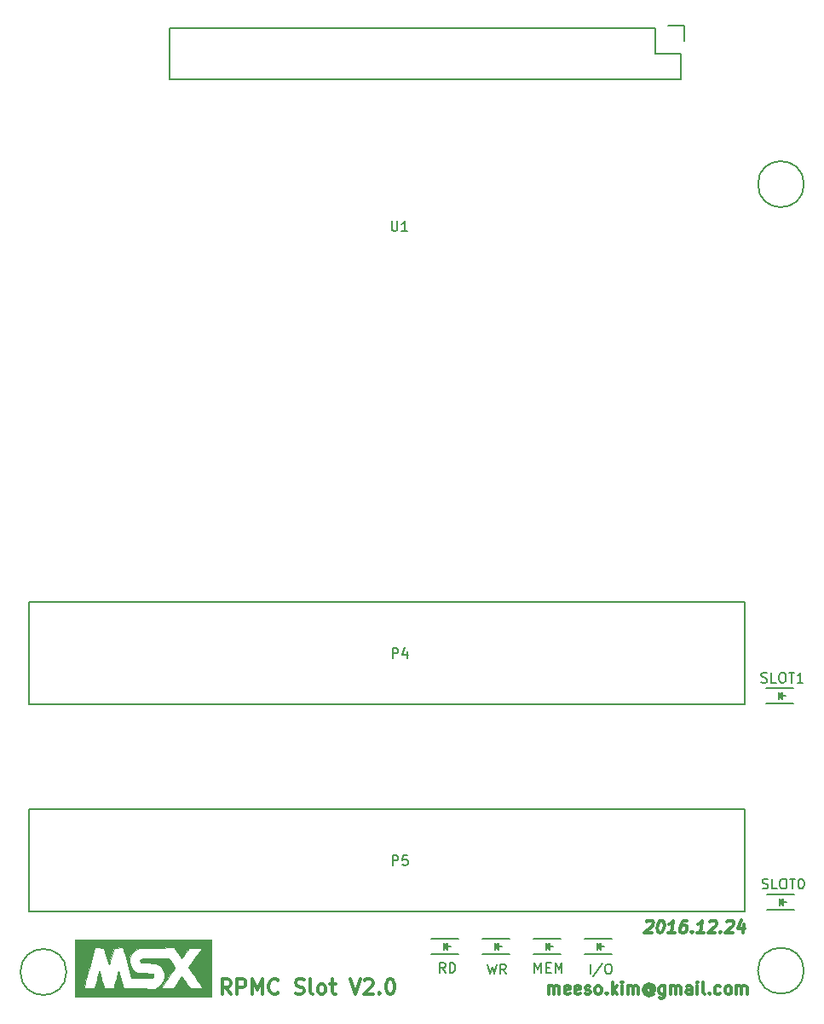
<source format=gto>
G04 #@! TF.FileFunction,Legend,Top*
%FSLAX46Y46*%
G04 Gerber Fmt 4.6, Leading zero omitted, Abs format (unit mm)*
G04 Created by KiCad (PCBNEW 4.0.4-stable) date 12/24/16 13:35:10*
%MOMM*%
%LPD*%
G01*
G04 APERTURE LIST*
%ADD10C,0.100000*%
%ADD11C,0.300000*%
%ADD12C,0.150000*%
%ADD13C,0.010000*%
G04 APERTURE END LIST*
D10*
D11*
X163936571Y-138522143D02*
X164000857Y-138465000D01*
X164122286Y-138407857D01*
X164408000Y-138407857D01*
X164515143Y-138465000D01*
X164565143Y-138522143D01*
X164608000Y-138636429D01*
X164593715Y-138750714D01*
X164515143Y-138922143D01*
X163743715Y-139607857D01*
X164486572Y-139607857D01*
X165379429Y-138407857D02*
X165493714Y-138407857D01*
X165600857Y-138465000D01*
X165650857Y-138522143D01*
X165693714Y-138636429D01*
X165722286Y-138865000D01*
X165686572Y-139150714D01*
X165600857Y-139379286D01*
X165529429Y-139493571D01*
X165465143Y-139550714D01*
X165343714Y-139607857D01*
X165229429Y-139607857D01*
X165122286Y-139550714D01*
X165072286Y-139493571D01*
X165029428Y-139379286D01*
X165000857Y-139150714D01*
X165036571Y-138865000D01*
X165122285Y-138636429D01*
X165193714Y-138522143D01*
X165258000Y-138465000D01*
X165379429Y-138407857D01*
X166772286Y-139607857D02*
X166086571Y-139607857D01*
X166429429Y-139607857D02*
X166579429Y-138407857D01*
X166443714Y-138579286D01*
X166315143Y-138693571D01*
X166193714Y-138750714D01*
X167950857Y-138407857D02*
X167722286Y-138407857D01*
X167600857Y-138465000D01*
X167536571Y-138522143D01*
X167400857Y-138693571D01*
X167315142Y-138922143D01*
X167257999Y-139379286D01*
X167300857Y-139493571D01*
X167350857Y-139550714D01*
X167458000Y-139607857D01*
X167686571Y-139607857D01*
X167808000Y-139550714D01*
X167872286Y-139493571D01*
X167943714Y-139379286D01*
X167979429Y-139093571D01*
X167936571Y-138979286D01*
X167886571Y-138922143D01*
X167779428Y-138865000D01*
X167550857Y-138865000D01*
X167429428Y-138922143D01*
X167365142Y-138979286D01*
X167293714Y-139093571D01*
X168443714Y-139493571D02*
X168493714Y-139550714D01*
X168429428Y-139607857D01*
X168379428Y-139550714D01*
X168443714Y-139493571D01*
X168429428Y-139607857D01*
X169629429Y-139607857D02*
X168943714Y-139607857D01*
X169286572Y-139607857D02*
X169436572Y-138407857D01*
X169300857Y-138579286D01*
X169172286Y-138693571D01*
X169050857Y-138750714D01*
X170222285Y-138522143D02*
X170286571Y-138465000D01*
X170408000Y-138407857D01*
X170693714Y-138407857D01*
X170800857Y-138465000D01*
X170850857Y-138522143D01*
X170893714Y-138636429D01*
X170879429Y-138750714D01*
X170800857Y-138922143D01*
X170029429Y-139607857D01*
X170772286Y-139607857D01*
X171300857Y-139493571D02*
X171350857Y-139550714D01*
X171286571Y-139607857D01*
X171236571Y-139550714D01*
X171300857Y-139493571D01*
X171286571Y-139607857D01*
X171936571Y-138522143D02*
X172000857Y-138465000D01*
X172122286Y-138407857D01*
X172408000Y-138407857D01*
X172515143Y-138465000D01*
X172565143Y-138522143D01*
X172608000Y-138636429D01*
X172593715Y-138750714D01*
X172515143Y-138922143D01*
X171743715Y-139607857D01*
X172486572Y-139607857D01*
X173615143Y-138807857D02*
X173515143Y-139607857D01*
X173386572Y-138350714D02*
X172993714Y-139207857D01*
X173736572Y-139207857D01*
X154255429Y-145703857D02*
X154255429Y-144903857D01*
X154255429Y-145018143D02*
X154312572Y-144961000D01*
X154426858Y-144903857D01*
X154598286Y-144903857D01*
X154712572Y-144961000D01*
X154769715Y-145075286D01*
X154769715Y-145703857D01*
X154769715Y-145075286D02*
X154826858Y-144961000D01*
X154941144Y-144903857D01*
X155112572Y-144903857D01*
X155226858Y-144961000D01*
X155284001Y-145075286D01*
X155284001Y-145703857D01*
X156312572Y-145646714D02*
X156198286Y-145703857D01*
X155969715Y-145703857D01*
X155855429Y-145646714D01*
X155798286Y-145532429D01*
X155798286Y-145075286D01*
X155855429Y-144961000D01*
X155969715Y-144903857D01*
X156198286Y-144903857D01*
X156312572Y-144961000D01*
X156369715Y-145075286D01*
X156369715Y-145189571D01*
X155798286Y-145303857D01*
X157341143Y-145646714D02*
X157226857Y-145703857D01*
X156998286Y-145703857D01*
X156884000Y-145646714D01*
X156826857Y-145532429D01*
X156826857Y-145075286D01*
X156884000Y-144961000D01*
X156998286Y-144903857D01*
X157226857Y-144903857D01*
X157341143Y-144961000D01*
X157398286Y-145075286D01*
X157398286Y-145189571D01*
X156826857Y-145303857D01*
X157855428Y-145646714D02*
X157969714Y-145703857D01*
X158198286Y-145703857D01*
X158312571Y-145646714D01*
X158369714Y-145532429D01*
X158369714Y-145475286D01*
X158312571Y-145361000D01*
X158198286Y-145303857D01*
X158026857Y-145303857D01*
X157912571Y-145246714D01*
X157855428Y-145132429D01*
X157855428Y-145075286D01*
X157912571Y-144961000D01*
X158026857Y-144903857D01*
X158198286Y-144903857D01*
X158312571Y-144961000D01*
X159055429Y-145703857D02*
X158941143Y-145646714D01*
X158884000Y-145589571D01*
X158826857Y-145475286D01*
X158826857Y-145132429D01*
X158884000Y-145018143D01*
X158941143Y-144961000D01*
X159055429Y-144903857D01*
X159226857Y-144903857D01*
X159341143Y-144961000D01*
X159398286Y-145018143D01*
X159455429Y-145132429D01*
X159455429Y-145475286D01*
X159398286Y-145589571D01*
X159341143Y-145646714D01*
X159226857Y-145703857D01*
X159055429Y-145703857D01*
X159969714Y-145589571D02*
X160026857Y-145646714D01*
X159969714Y-145703857D01*
X159912571Y-145646714D01*
X159969714Y-145589571D01*
X159969714Y-145703857D01*
X160541143Y-145703857D02*
X160541143Y-144503857D01*
X160655429Y-145246714D02*
X160998286Y-145703857D01*
X160998286Y-144903857D02*
X160541143Y-145361000D01*
X161512572Y-145703857D02*
X161512572Y-144903857D01*
X161512572Y-144503857D02*
X161455429Y-144561000D01*
X161512572Y-144618143D01*
X161569715Y-144561000D01*
X161512572Y-144503857D01*
X161512572Y-144618143D01*
X162084001Y-145703857D02*
X162084001Y-144903857D01*
X162084001Y-145018143D02*
X162141144Y-144961000D01*
X162255430Y-144903857D01*
X162426858Y-144903857D01*
X162541144Y-144961000D01*
X162598287Y-145075286D01*
X162598287Y-145703857D01*
X162598287Y-145075286D02*
X162655430Y-144961000D01*
X162769716Y-144903857D01*
X162941144Y-144903857D01*
X163055430Y-144961000D01*
X163112573Y-145075286D01*
X163112573Y-145703857D01*
X164426858Y-145132429D02*
X164369716Y-145075286D01*
X164255430Y-145018143D01*
X164141144Y-145018143D01*
X164026858Y-145075286D01*
X163969716Y-145132429D01*
X163912573Y-145246714D01*
X163912573Y-145361000D01*
X163969716Y-145475286D01*
X164026858Y-145532429D01*
X164141144Y-145589571D01*
X164255430Y-145589571D01*
X164369716Y-145532429D01*
X164426858Y-145475286D01*
X164426858Y-145018143D02*
X164426858Y-145475286D01*
X164484001Y-145532429D01*
X164541144Y-145532429D01*
X164655430Y-145475286D01*
X164712573Y-145361000D01*
X164712573Y-145075286D01*
X164598287Y-144903857D01*
X164426858Y-144789571D01*
X164198287Y-144732429D01*
X163969716Y-144789571D01*
X163798287Y-144903857D01*
X163684001Y-145075286D01*
X163626858Y-145303857D01*
X163684001Y-145532429D01*
X163798287Y-145703857D01*
X163969716Y-145818143D01*
X164198287Y-145875286D01*
X164426858Y-145818143D01*
X164598287Y-145703857D01*
X165741144Y-144903857D02*
X165741144Y-145875286D01*
X165684001Y-145989571D01*
X165626858Y-146046714D01*
X165512573Y-146103857D01*
X165341144Y-146103857D01*
X165226858Y-146046714D01*
X165741144Y-145646714D02*
X165626858Y-145703857D01*
X165398287Y-145703857D01*
X165284001Y-145646714D01*
X165226858Y-145589571D01*
X165169715Y-145475286D01*
X165169715Y-145132429D01*
X165226858Y-145018143D01*
X165284001Y-144961000D01*
X165398287Y-144903857D01*
X165626858Y-144903857D01*
X165741144Y-144961000D01*
X166312572Y-145703857D02*
X166312572Y-144903857D01*
X166312572Y-145018143D02*
X166369715Y-144961000D01*
X166484001Y-144903857D01*
X166655429Y-144903857D01*
X166769715Y-144961000D01*
X166826858Y-145075286D01*
X166826858Y-145703857D01*
X166826858Y-145075286D02*
X166884001Y-144961000D01*
X166998287Y-144903857D01*
X167169715Y-144903857D01*
X167284001Y-144961000D01*
X167341144Y-145075286D01*
X167341144Y-145703857D01*
X168426858Y-145703857D02*
X168426858Y-145075286D01*
X168369715Y-144961000D01*
X168255429Y-144903857D01*
X168026858Y-144903857D01*
X167912572Y-144961000D01*
X168426858Y-145646714D02*
X168312572Y-145703857D01*
X168026858Y-145703857D01*
X167912572Y-145646714D01*
X167855429Y-145532429D01*
X167855429Y-145418143D01*
X167912572Y-145303857D01*
X168026858Y-145246714D01*
X168312572Y-145246714D01*
X168426858Y-145189571D01*
X168998286Y-145703857D02*
X168998286Y-144903857D01*
X168998286Y-144503857D02*
X168941143Y-144561000D01*
X168998286Y-144618143D01*
X169055429Y-144561000D01*
X168998286Y-144503857D01*
X168998286Y-144618143D01*
X169741144Y-145703857D02*
X169626858Y-145646714D01*
X169569715Y-145532429D01*
X169569715Y-144503857D01*
X170198286Y-145589571D02*
X170255429Y-145646714D01*
X170198286Y-145703857D01*
X170141143Y-145646714D01*
X170198286Y-145589571D01*
X170198286Y-145703857D01*
X171284001Y-145646714D02*
X171169715Y-145703857D01*
X170941144Y-145703857D01*
X170826858Y-145646714D01*
X170769715Y-145589571D01*
X170712572Y-145475286D01*
X170712572Y-145132429D01*
X170769715Y-145018143D01*
X170826858Y-144961000D01*
X170941144Y-144903857D01*
X171169715Y-144903857D01*
X171284001Y-144961000D01*
X171969715Y-145703857D02*
X171855429Y-145646714D01*
X171798286Y-145589571D01*
X171741143Y-145475286D01*
X171741143Y-145132429D01*
X171798286Y-145018143D01*
X171855429Y-144961000D01*
X171969715Y-144903857D01*
X172141143Y-144903857D01*
X172255429Y-144961000D01*
X172312572Y-145018143D01*
X172369715Y-145132429D01*
X172369715Y-145475286D01*
X172312572Y-145589571D01*
X172255429Y-145646714D01*
X172141143Y-145703857D01*
X171969715Y-145703857D01*
X172884000Y-145703857D02*
X172884000Y-144903857D01*
X172884000Y-145018143D02*
X172941143Y-144961000D01*
X173055429Y-144903857D01*
X173226857Y-144903857D01*
X173341143Y-144961000D01*
X173398286Y-145075286D01*
X173398286Y-145703857D01*
X173398286Y-145075286D02*
X173455429Y-144961000D01*
X173569715Y-144903857D01*
X173741143Y-144903857D01*
X173855429Y-144961000D01*
X173912572Y-145075286D01*
X173912572Y-145703857D01*
X122623430Y-145712571D02*
X122123430Y-144998286D01*
X121766287Y-145712571D02*
X121766287Y-144212571D01*
X122337715Y-144212571D01*
X122480573Y-144284000D01*
X122552001Y-144355429D01*
X122623430Y-144498286D01*
X122623430Y-144712571D01*
X122552001Y-144855429D01*
X122480573Y-144926857D01*
X122337715Y-144998286D01*
X121766287Y-144998286D01*
X123266287Y-145712571D02*
X123266287Y-144212571D01*
X123837715Y-144212571D01*
X123980573Y-144284000D01*
X124052001Y-144355429D01*
X124123430Y-144498286D01*
X124123430Y-144712571D01*
X124052001Y-144855429D01*
X123980573Y-144926857D01*
X123837715Y-144998286D01*
X123266287Y-144998286D01*
X124766287Y-145712571D02*
X124766287Y-144212571D01*
X125266287Y-145284000D01*
X125766287Y-144212571D01*
X125766287Y-145712571D01*
X127337716Y-145569714D02*
X127266287Y-145641143D01*
X127052001Y-145712571D01*
X126909144Y-145712571D01*
X126694859Y-145641143D01*
X126552001Y-145498286D01*
X126480573Y-145355429D01*
X126409144Y-145069714D01*
X126409144Y-144855429D01*
X126480573Y-144569714D01*
X126552001Y-144426857D01*
X126694859Y-144284000D01*
X126909144Y-144212571D01*
X127052001Y-144212571D01*
X127266287Y-144284000D01*
X127337716Y-144355429D01*
X129052001Y-145641143D02*
X129266287Y-145712571D01*
X129623430Y-145712571D01*
X129766287Y-145641143D01*
X129837716Y-145569714D01*
X129909144Y-145426857D01*
X129909144Y-145284000D01*
X129837716Y-145141143D01*
X129766287Y-145069714D01*
X129623430Y-144998286D01*
X129337716Y-144926857D01*
X129194858Y-144855429D01*
X129123430Y-144784000D01*
X129052001Y-144641143D01*
X129052001Y-144498286D01*
X129123430Y-144355429D01*
X129194858Y-144284000D01*
X129337716Y-144212571D01*
X129694858Y-144212571D01*
X129909144Y-144284000D01*
X130766287Y-145712571D02*
X130623429Y-145641143D01*
X130552001Y-145498286D01*
X130552001Y-144212571D01*
X131552001Y-145712571D02*
X131409143Y-145641143D01*
X131337715Y-145569714D01*
X131266286Y-145426857D01*
X131266286Y-144998286D01*
X131337715Y-144855429D01*
X131409143Y-144784000D01*
X131552001Y-144712571D01*
X131766286Y-144712571D01*
X131909143Y-144784000D01*
X131980572Y-144855429D01*
X132052001Y-144998286D01*
X132052001Y-145426857D01*
X131980572Y-145569714D01*
X131909143Y-145641143D01*
X131766286Y-145712571D01*
X131552001Y-145712571D01*
X132480572Y-144712571D02*
X133052001Y-144712571D01*
X132694858Y-144212571D02*
X132694858Y-145498286D01*
X132766286Y-145641143D01*
X132909144Y-145712571D01*
X133052001Y-145712571D01*
X134480572Y-144212571D02*
X134980572Y-145712571D01*
X135480572Y-144212571D01*
X135909143Y-144355429D02*
X135980572Y-144284000D01*
X136123429Y-144212571D01*
X136480572Y-144212571D01*
X136623429Y-144284000D01*
X136694858Y-144355429D01*
X136766286Y-144498286D01*
X136766286Y-144641143D01*
X136694858Y-144855429D01*
X135837715Y-145712571D01*
X136766286Y-145712571D01*
X137409143Y-145569714D02*
X137480571Y-145641143D01*
X137409143Y-145712571D01*
X137337714Y-145641143D01*
X137409143Y-145569714D01*
X137409143Y-145712571D01*
X138409143Y-144212571D02*
X138552000Y-144212571D01*
X138694857Y-144284000D01*
X138766286Y-144355429D01*
X138837715Y-144498286D01*
X138909143Y-144784000D01*
X138909143Y-145141143D01*
X138837715Y-145426857D01*
X138766286Y-145569714D01*
X138694857Y-145641143D01*
X138552000Y-145712571D01*
X138409143Y-145712571D01*
X138266286Y-145641143D01*
X138194857Y-145569714D01*
X138123429Y-145426857D01*
X138052000Y-145141143D01*
X138052000Y-144784000D01*
X138123429Y-144498286D01*
X138194857Y-144355429D01*
X138266286Y-144284000D01*
X138409143Y-144212571D01*
D12*
X102616000Y-127381000D02*
X173736000Y-127381000D01*
X173736000Y-127381000D02*
X173736000Y-137541000D01*
X173736000Y-137541000D02*
X102616000Y-137541000D01*
X102616000Y-137541000D02*
X102616000Y-127381000D01*
X179578000Y-65278000D02*
G75*
G03X179578000Y-65278000I-2286000J0D01*
G01*
X106299000Y-143510000D02*
G75*
G03X106299000Y-143510000I-2286000J0D01*
G01*
X116586000Y-54864000D02*
X167386000Y-54864000D01*
X164846000Y-49784000D02*
X116586000Y-49784000D01*
X116586000Y-54864000D02*
X116586000Y-49784000D01*
X167386000Y-54864000D02*
X167386000Y-52324000D01*
X167666000Y-51054000D02*
X167666000Y-49504000D01*
X167386000Y-52324000D02*
X164846000Y-52324000D01*
X164846000Y-52324000D02*
X164846000Y-49784000D01*
X167666000Y-49504000D02*
X166116000Y-49504000D01*
X175915520Y-137300400D02*
X178615520Y-137300400D01*
X175915520Y-135800400D02*
X178615520Y-135800400D01*
X177415520Y-136700400D02*
X177415520Y-136450400D01*
X177415520Y-136450400D02*
X177265520Y-136600400D01*
X177165520Y-136200400D02*
X177165520Y-136900400D01*
X177515520Y-136550400D02*
X177865520Y-136550400D01*
X177165520Y-136550400D02*
X177515520Y-136200400D01*
X177515520Y-136200400D02*
X177515520Y-136900400D01*
X177515520Y-136900400D02*
X177165520Y-136550400D01*
X142545000Y-141720000D02*
X145245000Y-141720000D01*
X142545000Y-140220000D02*
X145245000Y-140220000D01*
X144045000Y-141120000D02*
X144045000Y-140870000D01*
X144045000Y-140870000D02*
X143895000Y-141020000D01*
X143795000Y-140620000D02*
X143795000Y-141320000D01*
X144145000Y-140970000D02*
X144495000Y-140970000D01*
X143795000Y-140970000D02*
X144145000Y-140620000D01*
X144145000Y-140620000D02*
X144145000Y-141320000D01*
X144145000Y-141320000D02*
X143795000Y-140970000D01*
X147625000Y-141720000D02*
X150325000Y-141720000D01*
X147625000Y-140220000D02*
X150325000Y-140220000D01*
X149125000Y-141120000D02*
X149125000Y-140870000D01*
X149125000Y-140870000D02*
X148975000Y-141020000D01*
X148875000Y-140620000D02*
X148875000Y-141320000D01*
X149225000Y-140970000D02*
X149575000Y-140970000D01*
X148875000Y-140970000D02*
X149225000Y-140620000D01*
X149225000Y-140620000D02*
X149225000Y-141320000D01*
X149225000Y-141320000D02*
X148875000Y-140970000D01*
X175819000Y-116828000D02*
X178519000Y-116828000D01*
X175819000Y-115328000D02*
X178519000Y-115328000D01*
X177319000Y-116228000D02*
X177319000Y-115978000D01*
X177319000Y-115978000D02*
X177169000Y-116128000D01*
X177069000Y-115728000D02*
X177069000Y-116428000D01*
X177419000Y-116078000D02*
X177769000Y-116078000D01*
X177069000Y-116078000D02*
X177419000Y-115728000D01*
X177419000Y-115728000D02*
X177419000Y-116428000D01*
X177419000Y-116428000D02*
X177069000Y-116078000D01*
X152705000Y-141720000D02*
X155405000Y-141720000D01*
X152705000Y-140220000D02*
X155405000Y-140220000D01*
X154205000Y-141120000D02*
X154205000Y-140870000D01*
X154205000Y-140870000D02*
X154055000Y-141020000D01*
X153955000Y-140620000D02*
X153955000Y-141320000D01*
X154305000Y-140970000D02*
X154655000Y-140970000D01*
X153955000Y-140970000D02*
X154305000Y-140620000D01*
X154305000Y-140620000D02*
X154305000Y-141320000D01*
X154305000Y-141320000D02*
X153955000Y-140970000D01*
X157785000Y-141720000D02*
X160485000Y-141720000D01*
X157785000Y-140220000D02*
X160485000Y-140220000D01*
X159285000Y-141120000D02*
X159285000Y-140870000D01*
X159285000Y-140870000D02*
X159135000Y-141020000D01*
X159035000Y-140620000D02*
X159035000Y-141320000D01*
X159385000Y-140970000D02*
X159735000Y-140970000D01*
X159035000Y-140970000D02*
X159385000Y-140620000D01*
X159385000Y-140620000D02*
X159385000Y-141320000D01*
X159385000Y-141320000D02*
X159035000Y-140970000D01*
X179578000Y-143383000D02*
G75*
G03X179578000Y-143383000I-2286000J0D01*
G01*
D13*
G36*
X120692333Y-145965333D02*
X107145667Y-145965333D01*
X107145667Y-145108083D01*
X108044541Y-145108083D01*
X108056332Y-145130782D01*
X108117308Y-145146402D01*
X108237355Y-145155934D01*
X108426359Y-145160370D01*
X108571934Y-145161000D01*
X109118260Y-145161000D01*
X109327880Y-144293735D01*
X109391068Y-144036411D01*
X109448715Y-143809382D01*
X109497608Y-143624679D01*
X109534536Y-143494335D01*
X109556285Y-143430384D01*
X109559586Y-143425901D01*
X109577903Y-143464226D01*
X109613564Y-143570124D01*
X109662136Y-143729350D01*
X109719184Y-143927660D01*
X109747188Y-144028583D01*
X109813618Y-144269056D01*
X109879653Y-144505238D01*
X109938565Y-144713248D01*
X109983626Y-144869206D01*
X109991686Y-144896416D01*
X110070667Y-145161000D01*
X110534333Y-145161000D01*
X110721041Y-145160098D01*
X110871820Y-145157656D01*
X110969542Y-145154062D01*
X110998096Y-145150416D01*
X111008705Y-145103127D01*
X111037719Y-144989703D01*
X111081169Y-144824751D01*
X111135089Y-144622878D01*
X111195511Y-144398692D01*
X111258467Y-144166798D01*
X111319991Y-143941805D01*
X111376114Y-143738319D01*
X111422869Y-143570948D01*
X111456289Y-143454298D01*
X111472406Y-143402976D01*
X111473020Y-143401868D01*
X111487834Y-143436220D01*
X111520693Y-143540913D01*
X111568256Y-143704368D01*
X111627185Y-143915004D01*
X111694141Y-144161241D01*
X111721387Y-144263214D01*
X111954481Y-145139833D01*
X113538490Y-145150941D01*
X115122498Y-145162048D01*
X115342462Y-145054430D01*
X115617523Y-144875760D01*
X115829747Y-144643062D01*
X115974639Y-144363663D01*
X116047707Y-144044887D01*
X116055957Y-143891000D01*
X116019164Y-143558897D01*
X115906724Y-143264766D01*
X115718451Y-143008187D01*
X115628775Y-142922018D01*
X115495468Y-142815397D01*
X115361811Y-142736635D01*
X115211860Y-142681785D01*
X115029673Y-142646905D01*
X114799307Y-142628048D01*
X114504819Y-142621270D01*
X114412209Y-142620999D01*
X114132698Y-142618255D01*
X113926907Y-142607860D01*
X113784003Y-142586571D01*
X113693155Y-142551146D01*
X113643529Y-142498341D01*
X113624294Y-142424914D01*
X113622666Y-142384629D01*
X113624642Y-142324113D01*
X113636045Y-142275306D01*
X113665094Y-142236949D01*
X113720006Y-142207783D01*
X113808998Y-142186551D01*
X113940288Y-142171993D01*
X114122092Y-142162851D01*
X114362628Y-142157866D01*
X114670114Y-142155781D01*
X115052765Y-142155336D01*
X115119813Y-142155333D01*
X116483913Y-142155333D01*
X116791430Y-142605190D01*
X116907422Y-142781852D01*
X116999020Y-142935000D01*
X117058100Y-143050067D01*
X117076540Y-143112487D01*
X117075851Y-143115234D01*
X117046338Y-143164540D01*
X116974587Y-143273607D01*
X116867060Y-143432935D01*
X116730221Y-143633025D01*
X116570530Y-143864379D01*
X116394452Y-144117499D01*
X116374878Y-144145523D01*
X116198929Y-144398101D01*
X116039967Y-144627792D01*
X115904163Y-144825557D01*
X115797690Y-144982355D01*
X115726720Y-145089149D01*
X115697425Y-145136897D01*
X115697000Y-145138313D01*
X115736878Y-145146254D01*
X115846696Y-145152981D01*
X116011732Y-145157963D01*
X116217261Y-145160667D01*
X116324227Y-145161000D01*
X116951455Y-145161000D01*
X117765237Y-143968242D01*
X117993171Y-144278871D01*
X118129225Y-144465578D01*
X118277582Y-144671172D01*
X118408832Y-144854872D01*
X118423268Y-144875250D01*
X118625432Y-145160999D01*
X119235549Y-145161000D01*
X119451875Y-145159269D01*
X119634458Y-145154511D01*
X119768372Y-145147372D01*
X119838687Y-145138502D01*
X119845667Y-145134504D01*
X119822187Y-145094400D01*
X119755868Y-144994257D01*
X119652890Y-144843066D01*
X119519433Y-144649823D01*
X119361677Y-144423519D01*
X119185804Y-144173148D01*
X119154724Y-144129088D01*
X118974817Y-143873912D01*
X118810287Y-143640005D01*
X118667643Y-143436663D01*
X118553394Y-143273182D01*
X118474048Y-143158859D01*
X118436114Y-143102988D01*
X118434411Y-143100247D01*
X118450018Y-143052709D01*
X118510862Y-142944755D01*
X118611945Y-142784122D01*
X118748266Y-142578545D01*
X118914825Y-142335760D01*
X119083021Y-142096660D01*
X119259962Y-141846970D01*
X119419682Y-141620045D01*
X119555903Y-141424932D01*
X119662344Y-141270678D01*
X119732724Y-141166329D01*
X119760766Y-141120931D01*
X119761000Y-141119996D01*
X119721128Y-141112021D01*
X119611350Y-141105442D01*
X119446423Y-141100769D01*
X119241101Y-141098511D01*
X119136583Y-141098425D01*
X118512167Y-141099851D01*
X118223756Y-141513816D01*
X118100792Y-141688840D01*
X117986426Y-141849001D01*
X117894369Y-141975252D01*
X117842756Y-142043108D01*
X117750167Y-142158434D01*
X117369167Y-141627148D01*
X116988167Y-141095861D01*
X115294833Y-141107013D01*
X113601500Y-141118166D01*
X113363586Y-141229721D01*
X113063350Y-141406719D01*
X112838153Y-141622110D01*
X112686362Y-141878370D01*
X112606348Y-142177971D01*
X112592063Y-142399832D01*
X112598573Y-142581370D01*
X112623473Y-142723139D01*
X112676850Y-142866133D01*
X112737433Y-142990621D01*
X112907619Y-143252450D01*
X113114775Y-143450605D01*
X113349136Y-143576232D01*
X113401486Y-143592735D01*
X113498947Y-143608123D01*
X113661730Y-143621178D01*
X113870500Y-143630857D01*
X114105920Y-143636116D01*
X114217450Y-143636763D01*
X114509176Y-143639719D01*
X114721039Y-143648570D01*
X114857661Y-143663648D01*
X114923662Y-143685285D01*
X114926533Y-143687800D01*
X114971497Y-143780300D01*
X114975836Y-143899660D01*
X114942875Y-144007821D01*
X114894037Y-144059599D01*
X114819845Y-144074946D01*
X114665119Y-144086030D01*
X114433888Y-144092733D01*
X114130185Y-144094931D01*
X113787255Y-144092839D01*
X112763768Y-144081500D01*
X112388642Y-142748000D01*
X112296003Y-142418584D01*
X112208951Y-142108843D01*
X112130610Y-141829903D01*
X112064101Y-141592889D01*
X112012547Y-141408924D01*
X111979070Y-141289134D01*
X111969413Y-141254338D01*
X111925309Y-141094176D01*
X111021057Y-141118166D01*
X110785953Y-141922500D01*
X110712485Y-142173069D01*
X110646122Y-142397945D01*
X110590874Y-142583649D01*
X110550754Y-142716705D01*
X110529774Y-142783637D01*
X110528693Y-142786695D01*
X110511319Y-142766715D01*
X110475763Y-142676111D01*
X110425715Y-142526054D01*
X110364866Y-142327712D01*
X110296904Y-142092255D01*
X110283941Y-142045862D01*
X110213958Y-141794260D01*
X110150772Y-141567353D01*
X110098258Y-141379033D01*
X110060290Y-141243191D01*
X110040743Y-141173719D01*
X110039987Y-141171083D01*
X110021238Y-141138588D01*
X109977462Y-141117133D01*
X109893851Y-141104518D01*
X109755594Y-141098541D01*
X109547883Y-141097000D01*
X109064549Y-141097000D01*
X108564011Y-143076083D01*
X108463613Y-143472606D01*
X108369162Y-143844786D01*
X108282755Y-144184424D01*
X108206487Y-144483322D01*
X108142455Y-144733280D01*
X108092754Y-144926099D01*
X108059481Y-145053582D01*
X108044731Y-145107528D01*
X108044541Y-145108083D01*
X107145667Y-145108083D01*
X107145667Y-140335000D01*
X120692333Y-140335000D01*
X120692333Y-145965333D01*
X120692333Y-145965333D01*
G37*
X120692333Y-145965333D02*
X107145667Y-145965333D01*
X107145667Y-145108083D01*
X108044541Y-145108083D01*
X108056332Y-145130782D01*
X108117308Y-145146402D01*
X108237355Y-145155934D01*
X108426359Y-145160370D01*
X108571934Y-145161000D01*
X109118260Y-145161000D01*
X109327880Y-144293735D01*
X109391068Y-144036411D01*
X109448715Y-143809382D01*
X109497608Y-143624679D01*
X109534536Y-143494335D01*
X109556285Y-143430384D01*
X109559586Y-143425901D01*
X109577903Y-143464226D01*
X109613564Y-143570124D01*
X109662136Y-143729350D01*
X109719184Y-143927660D01*
X109747188Y-144028583D01*
X109813618Y-144269056D01*
X109879653Y-144505238D01*
X109938565Y-144713248D01*
X109983626Y-144869206D01*
X109991686Y-144896416D01*
X110070667Y-145161000D01*
X110534333Y-145161000D01*
X110721041Y-145160098D01*
X110871820Y-145157656D01*
X110969542Y-145154062D01*
X110998096Y-145150416D01*
X111008705Y-145103127D01*
X111037719Y-144989703D01*
X111081169Y-144824751D01*
X111135089Y-144622878D01*
X111195511Y-144398692D01*
X111258467Y-144166798D01*
X111319991Y-143941805D01*
X111376114Y-143738319D01*
X111422869Y-143570948D01*
X111456289Y-143454298D01*
X111472406Y-143402976D01*
X111473020Y-143401868D01*
X111487834Y-143436220D01*
X111520693Y-143540913D01*
X111568256Y-143704368D01*
X111627185Y-143915004D01*
X111694141Y-144161241D01*
X111721387Y-144263214D01*
X111954481Y-145139833D01*
X113538490Y-145150941D01*
X115122498Y-145162048D01*
X115342462Y-145054430D01*
X115617523Y-144875760D01*
X115829747Y-144643062D01*
X115974639Y-144363663D01*
X116047707Y-144044887D01*
X116055957Y-143891000D01*
X116019164Y-143558897D01*
X115906724Y-143264766D01*
X115718451Y-143008187D01*
X115628775Y-142922018D01*
X115495468Y-142815397D01*
X115361811Y-142736635D01*
X115211860Y-142681785D01*
X115029673Y-142646905D01*
X114799307Y-142628048D01*
X114504819Y-142621270D01*
X114412209Y-142620999D01*
X114132698Y-142618255D01*
X113926907Y-142607860D01*
X113784003Y-142586571D01*
X113693155Y-142551146D01*
X113643529Y-142498341D01*
X113624294Y-142424914D01*
X113622666Y-142384629D01*
X113624642Y-142324113D01*
X113636045Y-142275306D01*
X113665094Y-142236949D01*
X113720006Y-142207783D01*
X113808998Y-142186551D01*
X113940288Y-142171993D01*
X114122092Y-142162851D01*
X114362628Y-142157866D01*
X114670114Y-142155781D01*
X115052765Y-142155336D01*
X115119813Y-142155333D01*
X116483913Y-142155333D01*
X116791430Y-142605190D01*
X116907422Y-142781852D01*
X116999020Y-142935000D01*
X117058100Y-143050067D01*
X117076540Y-143112487D01*
X117075851Y-143115234D01*
X117046338Y-143164540D01*
X116974587Y-143273607D01*
X116867060Y-143432935D01*
X116730221Y-143633025D01*
X116570530Y-143864379D01*
X116394452Y-144117499D01*
X116374878Y-144145523D01*
X116198929Y-144398101D01*
X116039967Y-144627792D01*
X115904163Y-144825557D01*
X115797690Y-144982355D01*
X115726720Y-145089149D01*
X115697425Y-145136897D01*
X115697000Y-145138313D01*
X115736878Y-145146254D01*
X115846696Y-145152981D01*
X116011732Y-145157963D01*
X116217261Y-145160667D01*
X116324227Y-145161000D01*
X116951455Y-145161000D01*
X117765237Y-143968242D01*
X117993171Y-144278871D01*
X118129225Y-144465578D01*
X118277582Y-144671172D01*
X118408832Y-144854872D01*
X118423268Y-144875250D01*
X118625432Y-145160999D01*
X119235549Y-145161000D01*
X119451875Y-145159269D01*
X119634458Y-145154511D01*
X119768372Y-145147372D01*
X119838687Y-145138502D01*
X119845667Y-145134504D01*
X119822187Y-145094400D01*
X119755868Y-144994257D01*
X119652890Y-144843066D01*
X119519433Y-144649823D01*
X119361677Y-144423519D01*
X119185804Y-144173148D01*
X119154724Y-144129088D01*
X118974817Y-143873912D01*
X118810287Y-143640005D01*
X118667643Y-143436663D01*
X118553394Y-143273182D01*
X118474048Y-143158859D01*
X118436114Y-143102988D01*
X118434411Y-143100247D01*
X118450018Y-143052709D01*
X118510862Y-142944755D01*
X118611945Y-142784122D01*
X118748266Y-142578545D01*
X118914825Y-142335760D01*
X119083021Y-142096660D01*
X119259962Y-141846970D01*
X119419682Y-141620045D01*
X119555903Y-141424932D01*
X119662344Y-141270678D01*
X119732724Y-141166329D01*
X119760766Y-141120931D01*
X119761000Y-141119996D01*
X119721128Y-141112021D01*
X119611350Y-141105442D01*
X119446423Y-141100769D01*
X119241101Y-141098511D01*
X119136583Y-141098425D01*
X118512167Y-141099851D01*
X118223756Y-141513816D01*
X118100792Y-141688840D01*
X117986426Y-141849001D01*
X117894369Y-141975252D01*
X117842756Y-142043108D01*
X117750167Y-142158434D01*
X117369167Y-141627148D01*
X116988167Y-141095861D01*
X115294833Y-141107013D01*
X113601500Y-141118166D01*
X113363586Y-141229721D01*
X113063350Y-141406719D01*
X112838153Y-141622110D01*
X112686362Y-141878370D01*
X112606348Y-142177971D01*
X112592063Y-142399832D01*
X112598573Y-142581370D01*
X112623473Y-142723139D01*
X112676850Y-142866133D01*
X112737433Y-142990621D01*
X112907619Y-143252450D01*
X113114775Y-143450605D01*
X113349136Y-143576232D01*
X113401486Y-143592735D01*
X113498947Y-143608123D01*
X113661730Y-143621178D01*
X113870500Y-143630857D01*
X114105920Y-143636116D01*
X114217450Y-143636763D01*
X114509176Y-143639719D01*
X114721039Y-143648570D01*
X114857661Y-143663648D01*
X114923662Y-143685285D01*
X114926533Y-143687800D01*
X114971497Y-143780300D01*
X114975836Y-143899660D01*
X114942875Y-144007821D01*
X114894037Y-144059599D01*
X114819845Y-144074946D01*
X114665119Y-144086030D01*
X114433888Y-144092733D01*
X114130185Y-144094931D01*
X113787255Y-144092839D01*
X112763768Y-144081500D01*
X112388642Y-142748000D01*
X112296003Y-142418584D01*
X112208951Y-142108843D01*
X112130610Y-141829903D01*
X112064101Y-141592889D01*
X112012547Y-141408924D01*
X111979070Y-141289134D01*
X111969413Y-141254338D01*
X111925309Y-141094176D01*
X111021057Y-141118166D01*
X110785953Y-141922500D01*
X110712485Y-142173069D01*
X110646122Y-142397945D01*
X110590874Y-142583649D01*
X110550754Y-142716705D01*
X110529774Y-142783637D01*
X110528693Y-142786695D01*
X110511319Y-142766715D01*
X110475763Y-142676111D01*
X110425715Y-142526054D01*
X110364866Y-142327712D01*
X110296904Y-142092255D01*
X110283941Y-142045862D01*
X110213958Y-141794260D01*
X110150772Y-141567353D01*
X110098258Y-141379033D01*
X110060290Y-141243191D01*
X110040743Y-141173719D01*
X110039987Y-141171083D01*
X110021238Y-141138588D01*
X109977462Y-141117133D01*
X109893851Y-141104518D01*
X109755594Y-141098541D01*
X109547883Y-141097000D01*
X109064549Y-141097000D01*
X108564011Y-143076083D01*
X108463613Y-143472606D01*
X108369162Y-143844786D01*
X108282755Y-144184424D01*
X108206487Y-144483322D01*
X108142455Y-144733280D01*
X108092754Y-144926099D01*
X108059481Y-145053582D01*
X108044731Y-145107528D01*
X108044541Y-145108083D01*
X107145667Y-145108083D01*
X107145667Y-140335000D01*
X120692333Y-140335000D01*
X120692333Y-145965333D01*
D12*
X102616000Y-106807000D02*
X173736000Y-106807000D01*
X173736000Y-106807000D02*
X173736000Y-116967000D01*
X173736000Y-116967000D02*
X102616000Y-116967000D01*
X102616000Y-116967000D02*
X102616000Y-106807000D01*
X138707905Y-132913381D02*
X138707905Y-131913381D01*
X139088858Y-131913381D01*
X139184096Y-131961000D01*
X139231715Y-132008619D01*
X139279334Y-132103857D01*
X139279334Y-132246714D01*
X139231715Y-132341952D01*
X139184096Y-132389571D01*
X139088858Y-132437190D01*
X138707905Y-132437190D01*
X140184096Y-131913381D02*
X139707905Y-131913381D01*
X139660286Y-132389571D01*
X139707905Y-132341952D01*
X139803143Y-132294333D01*
X140041239Y-132294333D01*
X140136477Y-132341952D01*
X140184096Y-132389571D01*
X140231715Y-132484810D01*
X140231715Y-132722905D01*
X140184096Y-132818143D01*
X140136477Y-132865762D01*
X140041239Y-132913381D01*
X139803143Y-132913381D01*
X139707905Y-132865762D01*
X139660286Y-132818143D01*
X138620595Y-68934081D02*
X138620595Y-69743605D01*
X138668214Y-69838843D01*
X138715833Y-69886462D01*
X138811071Y-69934081D01*
X139001548Y-69934081D01*
X139096786Y-69886462D01*
X139144405Y-69838843D01*
X139192024Y-69743605D01*
X139192024Y-68934081D01*
X140192024Y-69934081D02*
X139620595Y-69934081D01*
X139906309Y-69934081D02*
X139906309Y-68934081D01*
X139811071Y-69076938D01*
X139715833Y-69172176D01*
X139620595Y-69219795D01*
X175444091Y-135205162D02*
X175586948Y-135252781D01*
X175825044Y-135252781D01*
X175920282Y-135205162D01*
X175967901Y-135157543D01*
X176015520Y-135062305D01*
X176015520Y-134967067D01*
X175967901Y-134871829D01*
X175920282Y-134824210D01*
X175825044Y-134776590D01*
X175634567Y-134728971D01*
X175539329Y-134681352D01*
X175491710Y-134633733D01*
X175444091Y-134538495D01*
X175444091Y-134443257D01*
X175491710Y-134348019D01*
X175539329Y-134300400D01*
X175634567Y-134252781D01*
X175872663Y-134252781D01*
X176015520Y-134300400D01*
X176920282Y-135252781D02*
X176444091Y-135252781D01*
X176444091Y-134252781D01*
X177444091Y-134252781D02*
X177634568Y-134252781D01*
X177729806Y-134300400D01*
X177825044Y-134395638D01*
X177872663Y-134586114D01*
X177872663Y-134919448D01*
X177825044Y-135109924D01*
X177729806Y-135205162D01*
X177634568Y-135252781D01*
X177444091Y-135252781D01*
X177348853Y-135205162D01*
X177253615Y-135109924D01*
X177205996Y-134919448D01*
X177205996Y-134586114D01*
X177253615Y-134395638D01*
X177348853Y-134300400D01*
X177444091Y-134252781D01*
X178158377Y-134252781D02*
X178729806Y-134252781D01*
X178444091Y-135252781D02*
X178444091Y-134252781D01*
X179253615Y-134252781D02*
X179348854Y-134252781D01*
X179444092Y-134300400D01*
X179491711Y-134348019D01*
X179539330Y-134443257D01*
X179586949Y-134633733D01*
X179586949Y-134871829D01*
X179539330Y-135062305D01*
X179491711Y-135157543D01*
X179444092Y-135205162D01*
X179348854Y-135252781D01*
X179253615Y-135252781D01*
X179158377Y-135205162D01*
X179110758Y-135157543D01*
X179063139Y-135062305D01*
X179015520Y-134871829D01*
X179015520Y-134633733D01*
X179063139Y-134443257D01*
X179110758Y-134348019D01*
X179158377Y-134300400D01*
X179253615Y-134252781D01*
X143954524Y-143581381D02*
X143621190Y-143105190D01*
X143383095Y-143581381D02*
X143383095Y-142581381D01*
X143764048Y-142581381D01*
X143859286Y-142629000D01*
X143906905Y-142676619D01*
X143954524Y-142771857D01*
X143954524Y-142914714D01*
X143906905Y-143009952D01*
X143859286Y-143057571D01*
X143764048Y-143105190D01*
X143383095Y-143105190D01*
X144383095Y-143581381D02*
X144383095Y-142581381D01*
X144621190Y-142581381D01*
X144764048Y-142629000D01*
X144859286Y-142724238D01*
X144906905Y-142819476D01*
X144954524Y-143009952D01*
X144954524Y-143152810D01*
X144906905Y-143343286D01*
X144859286Y-143438524D01*
X144764048Y-143533762D01*
X144621190Y-143581381D01*
X144383095Y-143581381D01*
X148169429Y-142708381D02*
X148407524Y-143708381D01*
X148598001Y-142994095D01*
X148788477Y-143708381D01*
X149026572Y-142708381D01*
X149978953Y-143708381D02*
X149645619Y-143232190D01*
X149407524Y-143708381D02*
X149407524Y-142708381D01*
X149788477Y-142708381D01*
X149883715Y-142756000D01*
X149931334Y-142803619D01*
X149978953Y-142898857D01*
X149978953Y-143041714D01*
X149931334Y-143136952D01*
X149883715Y-143184571D01*
X149788477Y-143232190D01*
X149407524Y-143232190D01*
X175347571Y-114732762D02*
X175490428Y-114780381D01*
X175728524Y-114780381D01*
X175823762Y-114732762D01*
X175871381Y-114685143D01*
X175919000Y-114589905D01*
X175919000Y-114494667D01*
X175871381Y-114399429D01*
X175823762Y-114351810D01*
X175728524Y-114304190D01*
X175538047Y-114256571D01*
X175442809Y-114208952D01*
X175395190Y-114161333D01*
X175347571Y-114066095D01*
X175347571Y-113970857D01*
X175395190Y-113875619D01*
X175442809Y-113828000D01*
X175538047Y-113780381D01*
X175776143Y-113780381D01*
X175919000Y-113828000D01*
X176823762Y-114780381D02*
X176347571Y-114780381D01*
X176347571Y-113780381D01*
X177347571Y-113780381D02*
X177538048Y-113780381D01*
X177633286Y-113828000D01*
X177728524Y-113923238D01*
X177776143Y-114113714D01*
X177776143Y-114447048D01*
X177728524Y-114637524D01*
X177633286Y-114732762D01*
X177538048Y-114780381D01*
X177347571Y-114780381D01*
X177252333Y-114732762D01*
X177157095Y-114637524D01*
X177109476Y-114447048D01*
X177109476Y-114113714D01*
X177157095Y-113923238D01*
X177252333Y-113828000D01*
X177347571Y-113780381D01*
X178061857Y-113780381D02*
X178633286Y-113780381D01*
X178347571Y-114780381D02*
X178347571Y-113780381D01*
X179490429Y-114780381D02*
X178919000Y-114780381D01*
X179204714Y-114780381D02*
X179204714Y-113780381D01*
X179109476Y-113923238D01*
X179014238Y-114018476D01*
X178919000Y-114066095D01*
X152820857Y-143581381D02*
X152820857Y-142581381D01*
X153154191Y-143295667D01*
X153487524Y-142581381D01*
X153487524Y-143581381D01*
X153963714Y-143057571D02*
X154297048Y-143057571D01*
X154439905Y-143581381D02*
X153963714Y-143581381D01*
X153963714Y-142581381D01*
X154439905Y-142581381D01*
X154868476Y-143581381D02*
X154868476Y-142581381D01*
X155201810Y-143295667D01*
X155535143Y-142581381D01*
X155535143Y-143581381D01*
X158337381Y-143708381D02*
X158337381Y-142708381D01*
X159527857Y-142660762D02*
X158670714Y-143946476D01*
X160051666Y-142708381D02*
X160242143Y-142708381D01*
X160337381Y-142756000D01*
X160432619Y-142851238D01*
X160480238Y-143041714D01*
X160480238Y-143375048D01*
X160432619Y-143565524D01*
X160337381Y-143660762D01*
X160242143Y-143708381D01*
X160051666Y-143708381D01*
X159956428Y-143660762D01*
X159861190Y-143565524D01*
X159813571Y-143375048D01*
X159813571Y-143041714D01*
X159861190Y-142851238D01*
X159956428Y-142756000D01*
X160051666Y-142708381D01*
X138707905Y-112339381D02*
X138707905Y-111339381D01*
X139088858Y-111339381D01*
X139184096Y-111387000D01*
X139231715Y-111434619D01*
X139279334Y-111529857D01*
X139279334Y-111672714D01*
X139231715Y-111767952D01*
X139184096Y-111815571D01*
X139088858Y-111863190D01*
X138707905Y-111863190D01*
X140136477Y-111672714D02*
X140136477Y-112339381D01*
X139898381Y-111291762D02*
X139660286Y-112006048D01*
X140279334Y-112006048D01*
M02*

</source>
